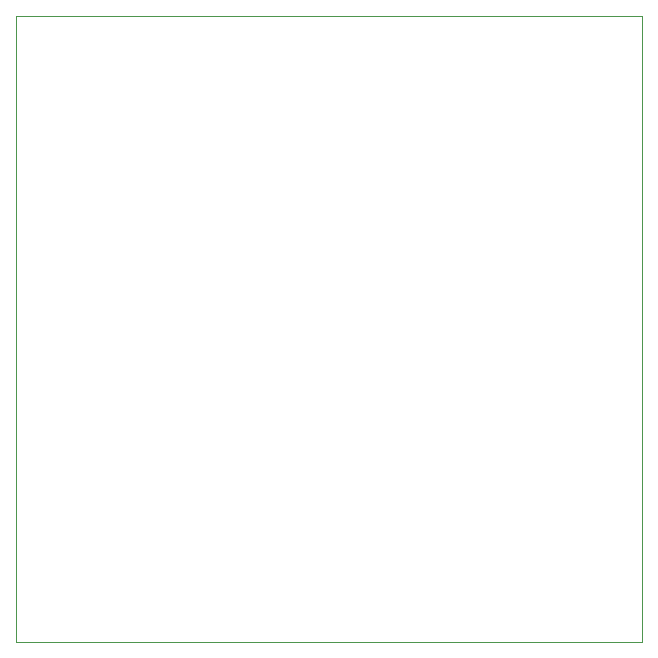
<source format=gbr>
G04 #@! TF.FileFunction,Profile,NP*
%FSLAX46Y46*%
G04 Gerber Fmt 4.6, Leading zero omitted, Abs format (unit mm)*
G04 Created by KiCad (PCBNEW (2015-06-09 BZR 5726)-product) date Fri 21 Aug 2015 10:33:01 AM PDT*
%MOMM*%
G01*
G04 APERTURE LIST*
%ADD10C,0.100000*%
G04 APERTURE END LIST*
D10*
X107000000Y-128000000D02*
X107000000Y-75000000D01*
X160000000Y-128000000D02*
X107000000Y-128000000D01*
X160000000Y-75000000D02*
X160000000Y-128000000D01*
X107000000Y-75000000D02*
X160000000Y-75000000D01*
M02*

</source>
